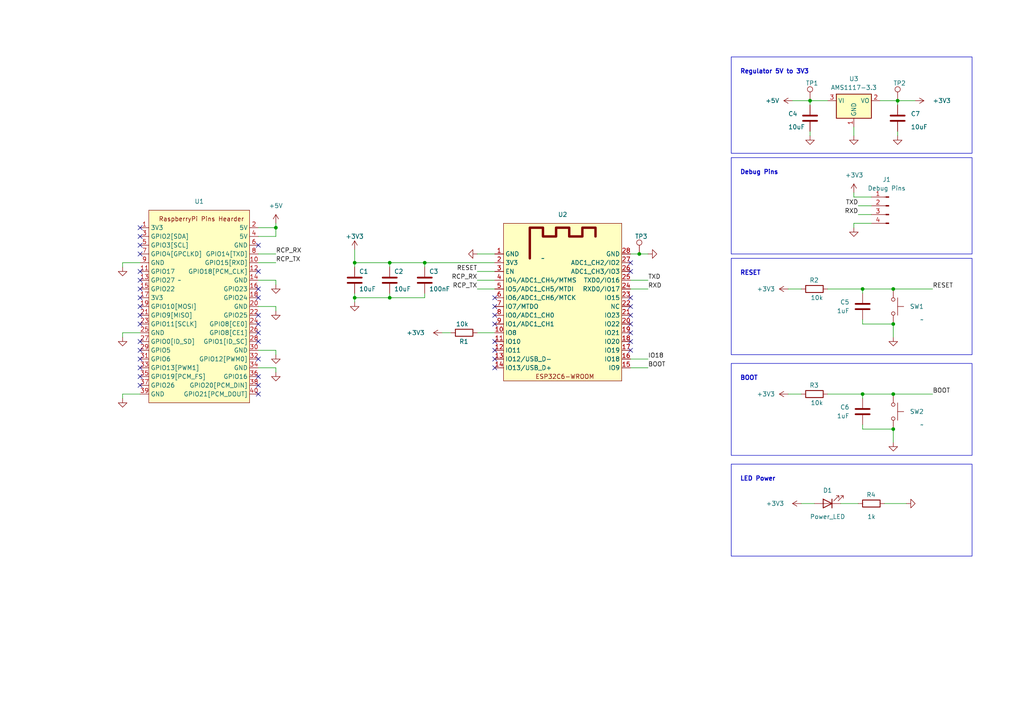
<source format=kicad_sch>
(kicad_sch (version 20230121) (generator eeschema)
  (paper "A4")
  (lib_symbols
    (symbol "Connector:Conn_01x04_Pin" (pin_names (offset 1.016) hide)
      (property "Reference" "J" (at 0 5.08 0))
      (property "Value" "Conn_01x04_Pin" (at 0 -7.62 0))
      (symbol "Conn_01x04_Pin_1_1"
        (polyline (pts (xy 1.27 -5.08) (xy 0.8636 -5.08)) (stroke (width 0.1524)))
        (polyline (pts (xy 1.27 -2.54) (xy 0.8636 -2.54)) (stroke (width 0.1524)))
        (polyline (pts (xy 1.27 0) (xy 0.8636 0)) (stroke (width 0.1524)))
        (polyline (pts (xy 1.27 2.54) (xy 0.8636 2.54)) (stroke (width 0.1524)))
        (rectangle (start 0.8636 -4.953) (end 0 -5.207) (stroke (width 0.1524)) (fill (type outline)))
        (rectangle (start 0.8636 -2.413) (end 0 -2.667) (stroke (width 0.1524)) (fill (type outline)))
        (rectangle (start 0.8636 0.127) (end 0 -0.127) (stroke (width 0.1524)) (fill (type outline)))
        (rectangle (start 0.8636 2.667) (end 0 2.413) (stroke (width 0.1524)) (fill (type outline)))
        (pin passive line (at 5.08 2.54 180) (length 3.81) (name "Pin_1") (number "1"))
        (pin passive line (at 5.08 0 180) (length 3.81) (name "Pin_2") (number "2"))
        (pin passive line (at 5.08 -2.54 180) (length 3.81) (name "Pin_3") (number "3"))
        (pin passive line (at 5.08 -5.08 180) (length 3.81) (name "Pin_4") (number "4"))
      )
    )
    (symbol "Connector:TestPoint" (pin_numbers hide) (pin_names (offset 0.762) hide)
      (property "Reference" "TP" (at 0 6.858 0))
      (property "Value" "TestPoint" (at 0 5.08 0))
      (symbol "TestPoint_0_1"
        (circle (center 0 3.302) (radius 0.762))
      )
      (symbol "TestPoint_1_1"
        (pin passive line (at 0 0 90) (length 2.54) (name "1") (number "1"))
      )
    )
    (symbol "Device:C" (pin_numbers hide) (pin_names (offset 0.254))
      (property "Reference" "C" (at 0.635 2.54 0))
      (property "Value" "C" (at 0.635 -2.54 0))
      (symbol "C_0_1"
        (polyline (pts (xy -2.032 -0.762) (xy 2.032 -0.762)) (stroke (width 0.508)))
        (polyline (pts (xy -2.032 0.762) (xy 2.032 0.762)) (stroke (width 0.508)))
      )
      (symbol "C_1_1"
        (pin passive line (at 0 3.81 270) (length 2.794) (name "~") (number "1"))
        (pin passive line (at 0 -3.81 90) (length 2.794) (name "~") (number "2"))
      )
    )
    (symbol "Device:LED" (pin_numbers hide) (pin_names (offset 1.016) hide)
      (property "Reference" "D" (at 0 2.54 0))
      (property "Value" "LED" (at 0 -2.54 0))
      (symbol "LED_0_1"
        (polyline (pts (xy -1.27 -1.27) (xy -1.27 1.27)) (stroke (width 0.254)))
        (polyline (pts (xy -1.27 0) (xy 1.27 0)))
        (polyline (pts (xy 1.27 -1.27) (xy 1.27 1.27) (xy -1.27 0) (xy 1.27 -1.27)) (stroke (width 0.254)))
        (polyline (pts (xy -3.048 -0.762) (xy -4.572 -2.286) (xy -3.81 -2.286) (xy -4.572 -2.286) (xy -4.572 -1.524)))
        (polyline (pts (xy -1.778 -0.762) (xy -3.302 -2.286) (xy -2.54 -2.286) (xy -3.302 -2.286) (xy -3.302 -1.524)))
      )
      (symbol "LED_1_1"
        (pin passive line (at -3.81 0 0) (length 2.54) (name "K") (number "1"))
        (pin passive line (at 3.81 0 180) (length 2.54) (name "A") (number "2"))
      )
    )
    (symbol "Device:R" (pin_numbers hide) (pin_names (offset 0))
      (property "Reference" "R" (at 2.032 0 90))
      (property "Value" "R" (at 0 0 90))
      (symbol "R_0_1"
        (rectangle (start -1.016 -2.54) (end 1.016 2.54) (stroke (width 0.254)))
      )
      (symbol "R_1_1"
        (pin passive line (at 0 3.81 270) (length 1.27) (name "~") (number "1"))
        (pin passive line (at 0 -3.81 90) (length 1.27) (name "~") (number "2"))
      )
    )
    (symbol "New_Library:Pin_Out_Pi_Hat"
      (property "Reference" "U" (at -7.62 19.05 0))
      (symbol "Pin_Out_Pi_Hat_1_1"
        (rectangle (start -8.89 20.32) (end 20.32 -35.56) (fill (type background)))
        (text "RaspberryPi Pins Hearder" (at 6.35 17.78 0) (effects (font (size 1.27 1.27))))
        (pin input line (at -11.43 15.24 0) (length 2.54) (name "3V3") (number "1"))
        (pin input line (at 22.86 5.08 180) (length 2.54) (name "GPIO15[RXD]") (number "10"))
        (pin input line (at -11.43 2.54 0) (length 2.54) (name "GPIO17") (number "11"))
        (pin input line (at 22.86 2.54 180) (length 2.54) (name "GPIO18[PCM_CLK]") (number "12"))
        (pin input line (at -11.43 0 0) (length 2.54) (name "GPIO27") (number "13"))
        (pin input line (at 22.86 0 180) (length 2.54) (name "GND") (number "14"))
        (pin input line (at -11.43 -2.54 0) (length 2.54) (name "GPIO22") (number "15"))
        (pin input line (at 22.86 -2.54 180) (length 2.54) (name "GPIO23") (number "16"))
        (pin input line (at -11.43 -5.08 0) (length 2.54) (name "3V3") (number "17"))
        (pin input line (at 22.86 -5.08 180) (length 2.54) (name "GPIO24") (number "18"))
        (pin input line (at -11.43 -7.62 0) (length 2.54) (name "GPIO10[MOSI]") (number "19"))
        (pin input line (at 22.86 15.24 180) (length 2.54) (name "5V") (number "2"))
        (pin input line (at 22.86 -7.62 180) (length 2.54) (name "GND") (number "20"))
        (pin input line (at -11.43 -10.16 0) (length 2.54) (name "GPIO9[MISO]") (number "21"))
        (pin input line (at 22.86 -10.16 180) (length 2.54) (name "GPIO25") (number "22"))
        (pin input line (at -11.43 -12.7 0) (length 2.54) (name "GPIO11[SCLK]") (number "23"))
        (pin input line (at 22.86 -12.7 180) (length 2.54) (name "GPIO8[CE0]") (number "24"))
        (pin input line (at -11.43 -15.24 0) (length 2.54) (name "GND") (number "25"))
        (pin input line (at 22.86 -15.24 180) (length 2.54) (name "GPIO8[CE1]") (number "26"))
        (pin input line (at -11.43 -17.78 0) (length 2.54) (name "GPIO0[ID_SD]") (number "27"))
        (pin input line (at 22.86 -17.78 180) (length 2.54) (name "GPIO1[ID_SC]") (number "28"))
        (pin input line (at -11.43 -20.32 0) (length 2.54) (name "GPIO5") (number "29"))
        (pin input line (at -11.43 12.7 0) (length 2.54) (name "GPIO2[SDA]") (number "3"))
        (pin input line (at 22.86 -20.32 180) (length 2.54) (name "GND") (number "30"))
        (pin input line (at -11.43 -22.86 0) (length 2.54) (name "GPIO6") (number "31"))
        (pin input line (at 22.86 -22.86 180) (length 2.54) (name "GPIO12[PWM0]") (number "32"))
        (pin input line (at -11.43 -25.4 0) (length 2.54) (name "GPIO13[PWM1]") (number "33"))
        (pin input line (at 22.86 -25.4 180) (length 2.54) (name "GND") (number "34"))
        (pin input line (at -11.43 -27.94 0) (length 2.54) (name "GPIO19[PCM_FS]") (number "35"))
        (pin input line (at 22.86 -27.94 180) (length 2.54) (name "GPIO16") (number "36"))
        (pin input line (at -11.43 -30.48 0) (length 2.54) (name "GPIO26") (number "37"))
        (pin input line (at 22.86 -30.48 180) (length 2.54) (name "GPIO20[PCM_DIN]") (number "38"))
        (pin input line (at -11.43 -33.02 0) (length 2.54) (name "GND") (number "39"))
        (pin input line (at 22.86 12.7 180) (length 2.54) (name "5V") (number "4"))
        (pin input line (at 22.86 -33.02 180) (length 2.54) (name "GPIO21[PCM_DOUT]") (number "40"))
        (pin input line (at -11.43 10.16 0) (length 2.54) (name "GPIO3[SCL]") (number "5"))
        (pin input line (at 22.86 10.16 180) (length 2.54) (name "GND") (number "6"))
        (pin input line (at -11.43 7.62 0) (length 2.54) (name "GPIO4[GPCLKD]") (number "7"))
        (pin input line (at 22.86 7.62 180) (length 2.54) (name "GPIO14[TXD]") (number "8"))
        (pin input line (at -11.43 5.08 0) (length 2.54) (name "GND") (number "9"))
      )
    )
    (symbol "New_Library:esp32c6_symbol"
      (property "Reference" "U" (at 58.42 88.9 0))
      (symbol "esp32c6_symbol_1_1"
        (polyline (pts (xy 64.77 77.47) (xy 64.77 86.36) (xy 68.58 86.36) (xy 68.58 83.82) (xy 72.39 83.82) (xy 72.39 86.36) (xy 76.2 86.36) (xy 76.2 83.82) (xy 80.01 83.82) (xy 80.01 86.36) (xy 83.82 86.36) (xy 83.82 83.82)) (stroke (width 0.7)))
        (rectangle (start 57.15 87.63) (end 91.44 41.91) (fill (type background)))
        (text "ESP32C6-WROOM" (at 74.93 43.18 0) (effects (font (size 1.27 1.27))))
        (pin input line (at 54.61 78.74 0) (length 2.54) (name "GND") (number "1"))
        (pin input line (at 54.61 55.88 0) (length 2.54) (name "IO8") (number "10"))
        (pin input line (at 54.61 53.34 0) (length 2.54) (name "IO10") (number "11"))
        (pin input line (at 54.61 50.8 0) (length 2.54) (name "IO11") (number "12"))
        (pin input line (at 54.61 48.26 0) (length 2.54) (name "IO12/USB_D-") (number "13"))
        (pin input line (at 54.61 45.72 0) (length 2.54) (name "IO13/USB_D+") (number "14"))
        (pin input line (at 93.98 45.72 180) (length 2.54) (name "IO9") (number "15"))
        (pin input line (at 93.98 48.26 180) (length 2.54) (name "IO18") (number "16"))
        (pin input line (at 93.98 50.8 180) (length 2.54) (name "IO19") (number "17"))
        (pin input line (at 93.98 53.34 180) (length 2.54) (name "IO20") (number "18"))
        (pin input line (at 93.98 55.88 180) (length 2.54) (name "IO21") (number "19"))
        (pin input line (at 54.61 76.2 0) (length 2.54) (name "3V3") (number "2"))
        (pin input line (at 93.98 58.42 180) (length 2.54) (name "IO22") (number "20"))
        (pin input line (at 93.98 60.96 180) (length 2.54) (name "IO23") (number "21"))
        (pin input line (at 93.98 63.5 180) (length 2.54) (name "NC") (number "22"))
        (pin input line (at 93.98 66.04 180) (length 2.54) (name "IO15") (number "23"))
        (pin input line (at 93.98 68.58 180) (length 2.54) (name "RXD0/IO17") (number "24"))
        (pin input line (at 93.98 71.12 180) (length 2.54) (name "TXD0/IO16") (number "25"))
        (pin input line (at 93.98 73.66 180) (length 2.54) (name "ADC1_CH3/IO3") (number "26"))
        (pin input line (at 93.98 76.2 180) (length 2.54) (name "ADC1_CH2/IO2") (number "27"))
        (pin input line (at 93.98 78.74 180) (length 2.54) (name "GND") (number "28"))
        (pin input line (at 54.61 73.66 0) (length 2.54) (name "EN") (number "3"))
        (pin input line (at 54.61 71.12 0) (length 2.54) (name "IO4/ADC1_CH4/MTMS") (number "4"))
        (pin input line (at 54.61 68.58 0) (length 2.54) (name "IO5/ADC1_CH5/MTDI") (number "5"))
        (pin input line (at 54.61 66.04 0) (length 2.54) (name "IO6/ADC1_CH6/MTCK") (number "6"))
        (pin input line (at 54.61 63.5 0) (length 2.54) (name "IO7/MTDO") (number "7"))
        (pin input line (at 54.61 60.96 0) (length 2.54) (name "IO0/ADC1_CH0") (number "8"))
        (pin input line (at 54.61 58.42 0) (length 2.54) (name "IO1/ADC1_CH1") (number "9"))
      )
    )
    (symbol "Regulator_Linear:AMS1117-3.3"
      (property "Reference" "U" (at -3.81 3.175 0))
      (property "Value" "AMS1117-3.3" (at 0 3.175 0))
      (symbol "AMS1117-3.3_0_1"
        (rectangle (start -5.08 -5.08) (end 5.08 1.905) (stroke (width 0.254)) (fill (type background)))
      )
      (symbol "AMS1117-3.3_1_1"
        (pin power_in line (at 0 -7.62 90) (length 2.54) (name "GND") (number "1"))
        (pin power_out line (at 7.62 0 180) (length 2.54) (name "VO") (number "2"))
        (pin power_in line (at -7.62 0 0) (length 2.54) (name "VI") (number "3"))
      )
    )
    (symbol "Switch:SW_Push" (pin_numbers hide) (pin_names (offset 1.016) hide)
      (property "Reference" "SW" (at 1.27 2.54 0))
      (property "Value" "SW_Push" (at 0 -1.524 0))
      (symbol "SW_Push_0_1"
        (circle (center -2.032 0) (radius 0.508))
        (polyline (pts (xy 0 1.27) (xy 0 3.048)))
        (polyline (pts (xy 2.54 1.27) (xy -2.54 1.27)))
        (circle (center 2.032 0) (radius 0.508))
        (pin passive line (at -5.08 0 0) (length 2.54) (name "1") (number "1"))
        (pin passive line (at 5.08 0 180) (length 2.54) (name "2") (number "2"))
      )
    )
    (symbol "power:+3V3" (power) (pin_names (offset 0))
      (property "Value" "+3V3" (at 0 3.556 0))
      (symbol "+3V3_0_1"
        (polyline (pts (xy -0.762 1.27) (xy 0 2.54)))
        (polyline (pts (xy 0 0) (xy 0 2.54)))
        (polyline (pts (xy 0 2.54) (xy 0.762 1.27)))
      )
      (symbol "+3V3_1_1"
        (pin power_in line (at 0 0 90) (length 0) hide (name "+3V3") (number "1"))
      )
    )
    (symbol "power:+5V" (power) (pin_names (offset 0))
      (property "Value" "+5V" (at 0 3.556 0))
      (symbol "+5V_0_1"
        (polyline (pts (xy -0.762 1.27) (xy 0 2.54)))
        (polyline (pts (xy 0 0) (xy 0 2.54)))
        (polyline (pts (xy 0 2.54) (xy 0.762 1.27)))
      )
      (symbol "+5V_1_1"
        (pin power_in line (at 0 0 90) (length 0) hide (name "+5V") (number "1"))
      )
    )
    (symbol "power:GND" (power) (pin_names (offset 0))
      (property "Value" "GND" (at 0 -3.81 0))
      (symbol "GND_0_1"
        (polyline (pts (xy 0 0) (xy 0 -1.27) (xy 1.27 -1.27) (xy 0 -2.54) (xy -1.27 -1.27) (xy 0 -1.27)))
      )
      (symbol "GND_1_1"
        (pin power_in line (at 0 0 270) (length 0) hide (name "GND") (number "1"))
      )
    )
  )
  (junction (at 102.87 86.36))
  (junction (at 259.08 114.3))
  (junction (at 260.35 29.21))
  (junction (at 234.95 29.21))
  (junction (at 259.08 93.98))
  (junction (at 113.03 86.36))
  (junction (at 259.08 124.46))
  (junction (at 185.42 73.66))
  (junction (at 250.19 83.82))
  (junction (at 123.19 76.2))
  (junction (at 80.01 66.04))
  (junction (at 250.19 114.3))
  (junction (at 259.08 83.82))
  (junction (at 113.03 76.2))
  (junction (at 102.87 76.2))
  (no_connect (at 182.88 99.06))
  (no_connect (at 40.64 86.36))
  (no_connect (at 40.64 104.14))
  (no_connect (at 182.88 91.44))
  (no_connect (at 40.64 109.22))
  (no_connect (at 74.93 86.36))
  (no_connect (at 182.88 88.9))
  (no_connect (at 143.51 86.36))
  (no_connect (at 143.51 101.6))
  (no_connect (at 74.93 114.3))
  (no_connect (at 74.93 71.12))
  (no_connect (at 74.93 93.98))
  (no_connect (at 40.64 81.28))
  (no_connect (at 40.64 111.76))
  (no_connect (at 40.64 78.74))
  (no_connect (at 143.51 104.14))
  (no_connect (at 74.93 111.76))
  (no_connect (at 40.64 66.04))
  (no_connect (at 74.93 78.74))
  (no_connect (at 40.64 93.98))
  (no_connect (at 40.64 83.82))
  (no_connect (at 74.93 83.82))
  (no_connect (at 143.51 88.9))
  (no_connect (at 143.51 91.44))
  (no_connect (at 182.88 93.98))
  (no_connect (at 143.51 99.06))
  (no_connect (at 40.64 91.44))
  (no_connect (at 40.64 99.06))
  (no_connect (at 74.93 104.14))
  (no_connect (at 40.64 106.68))
  (no_connect (at 40.64 101.6))
  (no_connect (at 40.64 88.9))
  (no_connect (at 182.88 76.2))
  (no_connect (at 74.93 99.06))
  (no_connect (at 74.93 109.22))
  (no_connect (at 182.88 96.52))
  (no_connect (at 182.88 86.36))
  (no_connect (at 143.51 93.98))
  (no_connect (at 74.93 96.52))
  (no_connect (at 182.88 78.74))
  (no_connect (at 143.51 106.68))
  (no_connect (at 40.64 68.58))
  (no_connect (at 74.93 91.44))
  (no_connect (at 182.88 101.6))
  (no_connect (at 40.64 73.66))
  (no_connect (at 40.64 71.12))
  (wire (pts (xy 102.87 76.2) (xy 113.03 76.2)))
  (wire (pts (xy 80.01 107.95) (xy 80.01 106.68)))
  (wire (pts (xy 35.56 97.79) (xy 35.56 96.52)))
  (wire (pts (xy 234.95 38.1) (xy 234.95 39.37)))
  (wire (pts (xy 128.27 96.52) (xy 130.81 96.52)))
  (wire (pts (xy 80.01 73.66) (xy 74.93 73.66)))
  (wire (pts (xy 102.87 72.39) (xy 102.87 76.2)))
  (wire (pts (xy 259.08 93.98) (xy 250.19 93.98)))
  (wire (pts (xy 248.92 59.69) (xy 252.73 59.69)))
  (wire (pts (xy 234.95 29.21) (xy 234.95 30.48)))
  (wire (pts (xy 187.96 81.28) (xy 182.88 81.28)))
  (wire (pts (xy 113.03 86.36) (xy 113.03 85.09)))
  (wire (pts (xy 250.19 92.71) (xy 250.19 93.98)))
  (wire (pts (xy 80.01 82.55) (xy 80.01 81.28)))
  (wire (pts (xy 250.19 114.3) (xy 259.08 114.3)))
  (wire (pts (xy 185.42 73.66) (xy 187.96 73.66)))
  (wire (pts (xy 243.84 146.05) (xy 248.92 146.05)))
  (wire (pts (xy 123.19 76.2) (xy 143.51 76.2)))
  (wire (pts (xy 256.54 146.05) (xy 262.89 146.05)))
  (wire (pts (xy 232.41 114.3) (xy 228.6 114.3)))
  (wire (pts (xy 250.19 83.82) (xy 259.08 83.82)))
  (wire (pts (xy 250.19 85.09) (xy 250.19 83.82)))
  (wire (pts (xy 102.87 76.2) (xy 102.87 77.47)))
  (wire (pts (xy 260.35 29.21) (xy 260.35 30.48)))
  (wire (pts (xy 187.96 83.82) (xy 182.88 83.82)))
  (wire (pts (xy 80.01 66.04) (xy 80.01 64.77)))
  (wire (pts (xy 247.65 57.15) (xy 252.73 57.15)))
  (wire (pts (xy 247.65 55.88) (xy 247.65 57.15)))
  (wire (pts (xy 138.43 96.52) (xy 143.51 96.52)))
  (wire (pts (xy 80.01 88.9) (xy 74.93 88.9)))
  (wire (pts (xy 250.19 123.19) (xy 250.19 124.46)))
  (wire (pts (xy 182.88 73.66) (xy 185.42 73.66)))
  (wire (pts (xy 35.56 114.3) (xy 40.64 114.3)))
  (wire (pts (xy 74.93 66.04) (xy 80.01 66.04)))
  (wire (pts (xy 35.56 76.2) (xy 40.64 76.2)))
  (wire (pts (xy 252.73 64.77) (xy 247.65 64.77)))
  (wire (pts (xy 138.43 73.66) (xy 143.51 73.66)))
  (wire (pts (xy 80.01 81.28) (xy 74.93 81.28)))
  (wire (pts (xy 232.41 83.82) (xy 228.6 83.82)))
  (wire (pts (xy 182.88 104.14) (xy 187.96 104.14)))
  (wire (pts (xy 138.43 83.82) (xy 143.51 83.82)))
  (wire (pts (xy 35.56 77.47) (xy 35.56 76.2)))
  (wire (pts (xy 248.92 62.23) (xy 252.73 62.23)))
  (wire (pts (xy 259.08 83.82) (xy 270.51 83.82)))
  (wire (pts (xy 259.08 124.46) (xy 259.08 128.27)))
  (wire (pts (xy 80.01 68.58) (xy 80.01 66.04)))
  (wire (pts (xy 138.43 78.74) (xy 143.51 78.74)))
  (wire (pts (xy 102.87 86.36) (xy 113.03 86.36)))
  (wire (pts (xy 123.19 86.36) (xy 123.19 85.09)))
  (wire (pts (xy 247.65 64.77) (xy 247.65 66.04)))
  (wire (pts (xy 35.56 96.52) (xy 40.64 96.52)))
  (wire (pts (xy 80.01 101.6) (xy 74.93 101.6)))
  (wire (pts (xy 80.01 102.87) (xy 80.01 101.6)))
  (wire (pts (xy 102.87 86.36) (xy 102.87 87.63)))
  (wire (pts (xy 80.01 90.17) (xy 80.01 88.9)))
  (wire (pts (xy 229.87 29.21) (xy 234.95 29.21)))
  (wire (pts (xy 259.08 124.46) (xy 250.19 124.46)))
  (wire (pts (xy 123.19 76.2) (xy 123.19 77.47)))
  (wire (pts (xy 260.35 29.21) (xy 265.43 29.21)))
  (wire (pts (xy 138.43 81.28) (xy 143.51 81.28)))
  (wire (pts (xy 240.03 114.3) (xy 250.19 114.3)))
  (wire (pts (xy 113.03 76.2) (xy 113.03 77.47)))
  (wire (pts (xy 247.65 39.37) (xy 247.65 36.83)))
  (wire (pts (xy 250.19 115.57) (xy 250.19 114.3)))
  (wire (pts (xy 259.08 114.3) (xy 270.51 114.3)))
  (wire (pts (xy 80.01 106.68) (xy 74.93 106.68)))
  (wire (pts (xy 102.87 86.36) (xy 102.87 85.09)))
  (wire (pts (xy 255.27 29.21) (xy 260.35 29.21)))
  (wire (pts (xy 240.03 83.82) (xy 250.19 83.82)))
  (wire (pts (xy 113.03 76.2) (xy 123.19 76.2)))
  (wire (pts (xy 232.41 146.05) (xy 236.22 146.05)))
  (wire (pts (xy 35.56 115.57) (xy 35.56 114.3)))
  (wire (pts (xy 187.96 106.68) (xy 182.88 106.68)))
  (wire (pts (xy 259.08 93.98) (xy 259.08 97.79)))
  (wire (pts (xy 260.35 38.1) (xy 260.35 39.37)))
  (wire (pts (xy 234.95 29.21) (xy 240.03 29.21)))
  (wire (pts (xy 113.03 86.36) (xy 123.19 86.36)))
  (wire (pts (xy 74.93 68.58) (xy 80.01 68.58)))
  (wire (pts (xy 80.01 76.2) (xy 74.93 76.2)))
  (rectangle (start 212.09 74.93) (end 281.94 102.87))
  (rectangle (start 212.09 134.62) (end 281.94 161.29))
  (rectangle (start 212.09 45.72) (end 281.94 73.66))
  (rectangle (start 212.09 105.41) (end 281.94 132.08))
  (rectangle (start 212.09 16.51) (end 281.94 44.45))
  (text "Debug Pins" (at 214.63 50.8 0) (effects (font (size 1.27 1.27) (thickness 0.254) bold) (justify left bottom)))
  (text "Regulator 5V to 3V3" (at 214.63 21.59 0) (effects (font (size 1.27 1.27) (thickness 0.254) bold) (justify left bottom)))
  (text "LED Power" (at 214.63 139.7 0) (effects (font (size 1.27 1.27) (thickness 0.254) bold) (justify left bottom)))
  (text "RESET" (at 214.63 80.01 0) (effects (font (size 1.27 1.27) (thickness 0.254) bold) (justify left bottom)))
  (text "BOOT" (at 214.63 110.49 0) (effects (font (size 1.27 1.27) (thickness 0.254) bold) (justify left bottom)))
  (label "RCP_RX" (at 80.01 73.66 0))
  (label "RCP_TX" (at 138.43 83.82 180))
  (label "TXD" (at 187.96 81.28 0))
  (label "RCP_RX" (at 138.43 81.28 180))
  (label "RXD" (at 248.92 62.23 180))
  (label "BOOT" (at 270.51 114.3 0))
  (label "RESET" (at 270.51 83.82 0))
  (label "BOOT" (at 187.96 106.68 0))
  (label "RXD" (at 187.96 83.82 0))
  (label "RESET" (at 138.43 78.74 180))
  (label "RCP_TX" (at 80.01 76.2 0))
  (label "IO18" (at 187.96 104.14 0))
  (label "TXD" (at 248.92 59.69 180))
  (symbol (lib_id "Device:C") (at 250.19 88.9 0) (mirror y) (unit 1)
    (property "Reference" "C5" (at 246.38 87.63 0) (effects (justify left)))
    (property "Value" "1uF" (at 246.38 90.17 0) (effects (justify left)))
    (property "Footprint" "Capacitor_SMD:C_0805_2012Metric" (effects hide))
    (property "LCSC" "C15849" (effects hide))
  )
  (symbol (lib_id "New_Library:Pin_Out_Pi_Hat") (at 52.07 81.28 0) (unit 1)
    (property "Reference" "U1" (at 57.785 58.42 0))
    (property "Value" "~" (at 52.07 81.28 0))
    (property "Footprint" "Library:RaspberryPiHeaderPin40" (effects hide))
  )
  (symbol (lib_id "Device:R") (at 252.73 146.05 90) (unit 1)
    (property "Reference" "R4" (at 254 143.51 90) (effects (justify left)))
    (property "Value" "1k" (at 254 149.86 90) (effects (justify left)))
    (property "Footprint" "Resistor_SMD:R_0805_2012Metric" (effects hide))
    (property "Part Number" "0603WAF1001T5E" (effects hide))
    (property "LCSC" "C21190" (effects hide))
  )
  (symbol (lib_id "power:GND") (at 35.56 97.79 0) (mirror y) (unit 1)
    (property "Reference" "#PWR025" (effects hide))
    (property "Value" "GND" (effects hide))
  )
  (symbol (lib_id "Device:C") (at 102.87 81.28 0) (unit 1)
    (property "Reference" "C1" (at 104.14 78.74 0) (effects (justify left)))
    (property "Value" "10uF" (at 104.14 83.82 0) (effects (justify left)))
    (property "Footprint" "Capacitor_SMD:C_0805_2012Metric" (effects hide))
    (property "Part Number" "CL31A106KBHNNNE" (effects hide))
    (property "LCSC" "C13585" (effects hide))
  )
  (symbol (lib_id "power:GND") (at 247.65 39.37 0) (unit 1)
    (property "Reference" "#PWR012" (effects hide))
    (property "Value" "GND" (effects hide))
  )
  (symbol (lib_id "Device:C") (at 260.35 34.29 0) (unit 1)
    (property "Reference" "C7" (at 264.16 33.02 0) (effects (justify left)))
    (property "Value" "10uF" (at 264.16 36.83 0) (effects (justify left)))
    (property "Footprint" "Capacitor_SMD:C_0805_2012Metric" (effects hide))
    (property "LCSC_Part" "C1713" (effects hide))
  )
  (symbol (lib_id "Switch:SW_Push") (at 259.08 119.38 270) (mirror x) (unit 1)
    (property "Reference" "SW2" (at 267.97 119.38 90) (effects (justify right)))
    (property "Value" "~" (at 267.97 123.19 90) (effects (justify right)))
    (property "Footprint" "Library:SW_Push_6x6mm" (effects hide))
  )
  (symbol (lib_id "power:GND") (at 80.01 90.17 0) (unit 1)
    (property "Reference" "#PWR022" (effects hide))
    (property "Value" "GND" (effects hide))
  )
  (symbol (lib_id "power:+3V3") (at 228.6 114.3 90) (mirror x) (unit 1)
    (property "Reference" "#PWR08" (effects hide))
    (property "Value" "+3V3" (at 224.79 114.3 90) (effects (justify left)))
  )
  (symbol (lib_id "power:GND") (at 234.95 39.37 0) (unit 1)
    (property "Reference" "#PWR011" (effects hide))
    (property "Value" "GND" (effects hide))
  )
  (symbol (lib_id "Regulator_Linear:AMS1117-3.3") (at 247.65 29.21 0) (unit 1)
    (property "Reference" "U3" (at 247.65 22.86 0))
    (property "Value" "AMS1117-3.3" (at 247.65 25.4 0))
    (property "Footprint" "Package_TO_SOT_SMD:SOT-223-3_TabPin2" (effects hide))
    (property "Datasheet" "http://www.advanced-monolithic.com/pdf/ds1117.pdf" (effects hide))
  )
  (symbol (lib_id "power:GND") (at 247.65 66.04 0) (unit 1)
    (property "Reference" "#PWR014" (effects hide))
    (property "Value" "GND" (effects hide))
  )
  (symbol (lib_id "power:+5V") (at 80.01 64.77 0) (unit 1)
    (property "Reference" "#PWR01" (effects hide))
    (property "Value" "+5V" (at 80.01 59.69 0))
  )
  (symbol (lib_id "Device:R") (at 134.62 96.52 90) (unit 1)
    (property "Reference" "R1" (at 135.89 99.06 90) (effects (justify left)))
    (property "Value" "10k" (at 135.89 93.98 90) (effects (justify left)))
    (property "Footprint" "Resistor_SMD:R_0805_2012Metric" (effects hide))
    (property "Part Number" "0603WAF1002T5E" (effects hide))
    (property "LCSC" "C25804" (effects hide))
  )
  (symbol (lib_id "power:+3V3") (at 102.87 72.39 0) (unit 1)
    (property "Reference" "#PWR02" (effects hide))
    (property "Value" "+3V3" (at 102.87 68.58 0))
  )
  (symbol (lib_id "Connector:TestPoint") (at 260.35 29.21 0) (unit 1) (in_bom no)
    (property "Reference" "TP2" (at 259.08 24.13 0) (effects (justify left)))
    (property "Value" "TestPoint" (effects hide))
    (property "Footprint" "TestPoint:TestPoint_Pad_D1.5mm" (effects hide))
  )
  (symbol (lib_id "power:+3V3") (at 265.43 29.21 270) (unit 1)
    (property "Reference" "#PWR027" (effects hide))
    (property "Value" "+3V3" (at 270.51 29.21 90) (effects (justify left)))
  )
  (symbol (lib_id "Device:R") (at 236.22 83.82 90) (mirror x) (unit 1)
    (property "Reference" "R2" (at 237.49 81.28 90) (effects (justify left)))
    (property "Value" "10k" (at 238.76 86.36 90) (effects (justify left)))
    (property "Footprint" "Resistor_SMD:R_0805_2012Metric" (effects hide))
    (property "Part Number" "0603WAF1002T5E" (effects hide))
    (property "LCSC" "C25804" (effects hide))
  )
  (symbol (lib_id "power:GND") (at 102.87 87.63 0) (unit 1)
    (property "Reference" "#PWR03" (effects hide))
    (property "Value" "GND" (effects hide))
  )
  (symbol (lib_id "power:GND") (at 259.08 97.79 0) (mirror y) (unit 1)
    (property "Reference" "#PWR015" (effects hide))
    (property "Value" "GND" (effects hide))
  )
  (symbol (lib_id "power:GND") (at 187.96 73.66 90) (unit 1)
    (property "Reference" "#PWR06" (effects hide))
    (property "Value" "GND" (effects hide))
  )
  (symbol (lib_id "power:+3V3") (at 228.6 83.82 90) (mirror x) (unit 1)
    (property "Reference" "#PWR07" (effects hide))
    (property "Value" "+3V3" (at 224.79 83.82 90) (effects (justify left)))
  )
  (symbol (lib_id "power:GND") (at 260.35 39.37 0) (unit 1)
    (property "Reference" "#PWR017" (effects hide))
    (property "Value" "GND" (effects hide))
  )
  (symbol (lib_id "Connector:TestPoint") (at 234.95 29.21 0) (unit 1) (in_bom no)
    (property "Reference" "TP1" (at 233.68 24.13 0) (effects (justify left)))
    (property "Value" "TestPoint" (effects hide))
    (property "Footprint" "TestPoint:TestPoint_Pad_D1.5mm" (effects hide))
  )
  (symbol (lib_id "power:+3V3") (at 128.27 96.52 90) (unit 1)
    (property "Reference" "#PWR04" (effects hide))
    (property "Value" "+3V3" (at 123.19 96.52 90) (effects (justify left)))
  )
  (symbol (lib_id "power:GND") (at 138.43 73.66 270) (unit 1)
    (property "Reference" "#PWR05" (effects hide))
    (property "Value" "GND" (effects hide))
  )
  (symbol (lib_id "power:GND") (at 262.89 146.05 90) (unit 1)
    (property "Reference" "#PWR018" (effects hide))
    (property "Value" "GND" (effects hide))
  )
  (symbol (lib_id "Device:R") (at 236.22 114.3 90) (mirror x) (unit 1)
    (property "Reference" "R3" (at 237.49 111.76 90) (effects (justify left)))
    (property "Value" "10k" (at 238.76 116.84 90) (effects (justify left)))
    (property "Footprint" "Resistor_SMD:R_0805_2012Metric" (effects hide))
    (property "Part Number" "0603WAF1002T5E" (effects hide))
    (property "LCSC" "C25804" (effects hide))
  )
  (symbol (lib_id "power:+3V3") (at 247.65 55.88 0) (unit 1)
    (property "Reference" "#PWR019" (effects hide))
    (property "Value" "+3V3" (at 245.11 50.8 0) (effects (justify left)))
  )
  (symbol (lib_id "Device:C") (at 113.03 81.28 0) (unit 1)
    (property "Reference" "C2" (at 114.3 78.74 0) (effects (justify left)))
    (property "Value" "10uF" (at 114.3 83.82 0) (effects (justify left)))
    (property "Footprint" "Capacitor_SMD:C_0805_2012Metric" (effects hide))
    (property "LCSC" "C13585" (effects hide))
    (property "Part Number" "CL31A106KBHNNNE" (effects hide))
  )
  (symbol (lib_id "New_Library:esp32c6_symbol") (at 88.9 152.4 0) (unit 1)
    (property "Reference" "U2" (at 163.195 62.23 0))
    (property "Value" "~" (at 157.48 74.93 0))
    (property "Footprint" "Library:ES32C6-WOOR_1U_footprint" (effects hide))
  )
  (symbol (lib_id "power:GND") (at 80.01 107.95 0) (unit 1)
    (property "Reference" "#PWR024" (effects hide))
    (property "Value" "GND" (effects hide))
  )
  (symbol (lib_id "power:GND") (at 259.08 128.27 0) (mirror y) (unit 1)
    (property "Reference" "#PWR016" (effects hide))
    (property "Value" "GND" (effects hide))
  )
  (symbol (lib_id "power:GND") (at 35.56 77.47 0) (mirror y) (unit 1)
    (property "Reference" "#PWR026" (effects hide))
    (property "Value" "GND" (effects hide))
  )
  (symbol (lib_id "power:GND") (at 80.01 82.55 0) (unit 1)
    (property "Reference" "#PWR020" (effects hide))
    (property "Value" "GND" (effects hide))
  )
  (symbol (lib_id "power:+5V") (at 229.87 29.21 90) (unit 1)
    (property "Reference" "#PWR09" (effects hide))
    (property "Value" "+5V" (at 226.06 29.21 90) (effects (justify left)))
  )
  (symbol (lib_id "Device:LED") (at 240.03 146.05 180) (unit 1)
    (property "Reference" "D1" (at 240.03 142.24 0))
    (property "Value" "Power_LED" (at 240.03 149.86 0))
    (property "Footprint" "LED_SMD:LED_0805_2012Metric" (effects hide))
    (property "Part Number" "19-213/Y2C-CQ2R2L/3T(CY)" (effects hide))
    (property "LCSC" "C72038" (effects hide))
  )
  (symbol (lib_id "Device:C") (at 250.19 119.38 0) (mirror y) (unit 1)
    (property "Reference" "C6" (at 246.38 118.11 0) (effects (justify left)))
    (property "Value" "1uF" (at 246.38 120.65 0) (effects (justify left)))
    (property "Footprint" "Capacitor_SMD:C_0805_2012Metric" (effects hide))
    (property "LCSC" "C15849" (effects hide))
  )
  (symbol (lib_id "power:GND") (at 80.01 102.87 0) (unit 1)
    (property "Reference" "#PWR023" (effects hide))
    (property "Value" "GND" (effects hide))
  )
  (symbol (lib_id "power:+3V3") (at 232.41 146.05 90) (unit 1)
    (property "Reference" "#PWR010" (effects hide))
    (property "Value" "+3V3" (at 224.79 146.05 90))
  )
  (symbol (lib_id "Device:C") (at 123.19 81.28 0) (unit 1)
    (property "Reference" "C3" (at 124.46 78.74 0) (effects (justify left)))
    (property "Value" "100nF" (at 124.46 83.82 0) (effects (justify left)))
    (property "Footprint" "Capacitor_SMD:C_0805_2012Metric" (effects hide))
    (property "LCSC" "C14663" (effects hide))
  )
  (symbol (lib_id "Connector:TestPoint") (at 185.42 73.66 0) (unit 1) (in_bom no)
    (property "Reference" "TP3" (at 184.15 68.58 0) (effects (justify left)))
    (property "Value" "TestPoint" (effects hide))
    (property "Footprint" "TestPoint:TestPoint_Pad_D1.5mm" (effects hide))
  )
  (symbol (lib_id "power:GND") (at 35.56 115.57 0) (mirror y) (unit 1)
    (property "Reference" "#PWR021" (effects hide))
    (property "Value" "GND" (effects hide))
  )
  (symbol (lib_id "Device:C") (at 234.95 34.29 0) (unit 1)
    (property "Reference" "C4" (at 228.6 33.02 0) (effects (justify left)))
    (property "Value" "10uF" (at 228.6 36.83 0) (effects (justify left)))
    (property "Footprint" "Capacitor_SMD:C_0805_2012Metric" (effects hide))
    (property "LCSC_Part" "C1713" (effects hide))
  )
  (symbol (lib_id "Connector:Conn_01x04_Pin") (at 257.81 59.69 0) (mirror y) (unit 1)
    (property "Reference" "J1" (at 257.175 52.07 0))
    (property "Value" "Debug Pins" (at 257.175 54.61 0))
    (property "Footprint" "Connector_PinHeader_2.54mm:PinHeader_1x04_P2.54mm_Horizontal" (effects hide))
  )
  (symbol (lib_id "Switch:SW_Push") (at 259.08 88.9 270) (mirror x) (unit 1)
    (property "Reference" "SW1" (at 267.97 88.9 90) (effects (justify right)))
    (property "Value" "~" (at 267.97 92.71 90) (effects (justify right)))
    (property "Footprint" "Library:SW_Push_6x6mm" (effects hide))
  )
)
</source>
